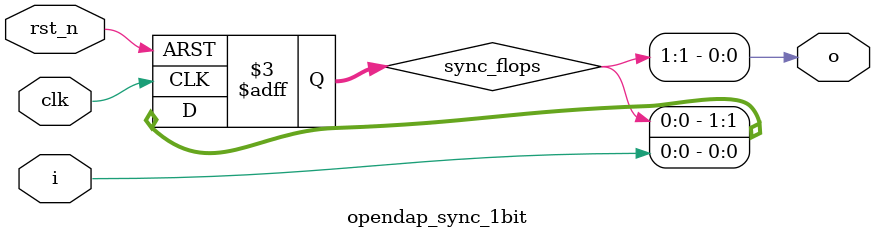
<source format=v>


// This is a baseline implementation -- you should replace it with cells
// specific to your FPGA/process

`ifndef OPENDAP_REG_KEEP_ATTRIBUTE
`define OPENDAP_REG_KEEP_ATTRIBUTE (* keep = 1'b1 *)
`endif

`default_nettype none

module opendap_sync_1bit #(
	parameter N_STAGES = 2 // Should be >=2
) (
	input  wire clk,
	input  wire rst_n,
	input  wire i,
	output wire o
);

`OPENDAP_REG_KEEP_ATTRIBUTE reg [N_STAGES-1:0] sync_flops;

always @ (posedge clk or negedge rst_n)
	if (!rst_n)
		sync_flops <= {N_STAGES{1'b0}};
	else
		sync_flops <= {sync_flops[N_STAGES-2:0], i};

assign o = sync_flops[N_STAGES-1];

endmodule

`ifndef YOSYS
`default_nettype wire
`endif

</source>
